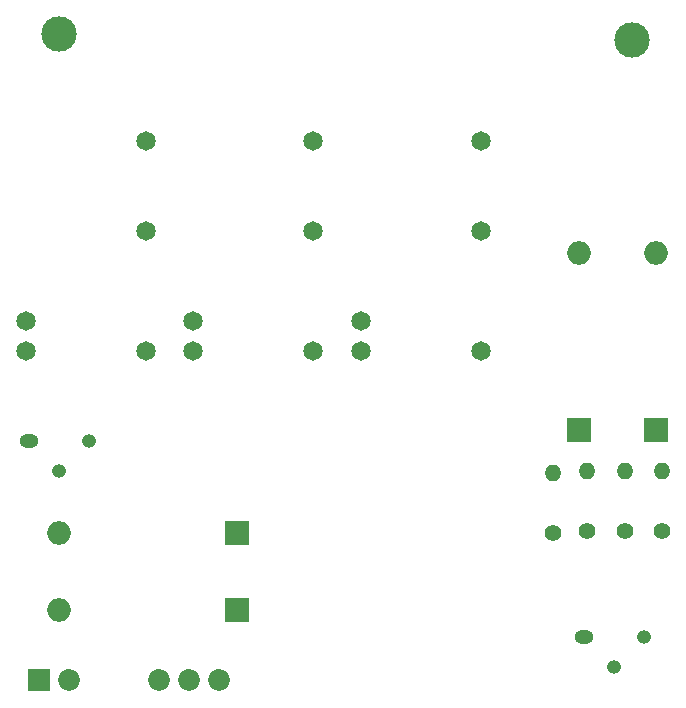
<source format=gbr>
%TF.GenerationSoftware,KiCad,Pcbnew,8.0.1*%
%TF.CreationDate,2024-03-27T00:26:19+01:00*%
%TF.ProjectId,recruitment,72656372-7569-4746-9d65-6e742e6b6963,V0*%
%TF.SameCoordinates,Original*%
%TF.FileFunction,Soldermask,Bot*%
%TF.FilePolarity,Negative*%
%FSLAX46Y46*%
G04 Gerber Fmt 4.6, Leading zero omitted, Abs format (unit mm)*
G04 Created by KiCad (PCBNEW 8.0.1) date 2024-03-27 00:26:19*
%MOMM*%
%LPD*%
G01*
G04 APERTURE LIST*
%ADD10C,3.000000*%
%ADD11C,1.651000*%
%ADD12C,1.400000*%
%ADD13O,1.400000X1.400000*%
%ADD14O,1.200000X1.200000*%
%ADD15O,1.600000X1.200000*%
%ADD16R,1.850000X1.850000*%
%ADD17C,1.850000*%
%ADD18O,2.000000X2.000000*%
%ADD19R,2.000000X2.000000*%
G04 APERTURE END LIST*
D10*
%TO.C,REF\u002A\u002A*%
X155350000Y-67260000D03*
%TD*%
%TO.C,REF\u002A\u002A*%
X106850000Y-66760000D03*
%TD*%
D11*
%TO.C,U8*%
X114192800Y-93540000D03*
X114192800Y-83380000D03*
X114192800Y-75760000D03*
X104032800Y-91000000D03*
X104032800Y-93540000D03*
%TD*%
%TO.C,U7*%
X128350000Y-93540000D03*
X128350000Y-83380000D03*
X128350000Y-75760000D03*
X118190000Y-91000000D03*
X118190000Y-93540000D03*
%TD*%
%TO.C,U6*%
X142507200Y-93540000D03*
X142507200Y-83380000D03*
X142507200Y-75760000D03*
X132347200Y-91000000D03*
X132347200Y-93540000D03*
%TD*%
D12*
%TO.C,Rf1*%
X148602500Y-108950000D03*
D13*
X148602500Y-103870000D03*
%TD*%
D12*
%TO.C,R5*%
X157850000Y-108800000D03*
D13*
X157850000Y-103720000D03*
%TD*%
D12*
%TO.C,R2*%
X154700000Y-108800000D03*
D13*
X154700000Y-103720000D03*
%TD*%
D12*
%TO.C,R1*%
X151550000Y-108800000D03*
D13*
X151550000Y-103720000D03*
%TD*%
D14*
%TO.C,Q2*%
X109390000Y-101220000D03*
X106850000Y-103760000D03*
D15*
X104310000Y-101220000D03*
%TD*%
%TO.C,Q1*%
X151270000Y-117760000D03*
D14*
X153810000Y-120300000D03*
X156350000Y-117760000D03*
%TD*%
D16*
%TO.C,PS1*%
X105140000Y-121450000D03*
D17*
X107680000Y-121450000D03*
X115300000Y-121450000D03*
X117840000Y-121450000D03*
X120380000Y-121450000D03*
%TD*%
D18*
%TO.C,Cf1*%
X157350000Y-85260000D03*
D19*
X157350000Y-100260000D03*
%TD*%
D18*
%TO.C,Cbyp3*%
X106850000Y-108982500D03*
D19*
X121850000Y-108982500D03*
%TD*%
D18*
%TO.C,Cbyp2*%
X106850000Y-115517500D03*
D19*
X121850000Y-115517500D03*
%TD*%
%TO.C,Cbyp1*%
X150815000Y-100260000D03*
D18*
X150815000Y-85260000D03*
%TD*%
M02*

</source>
